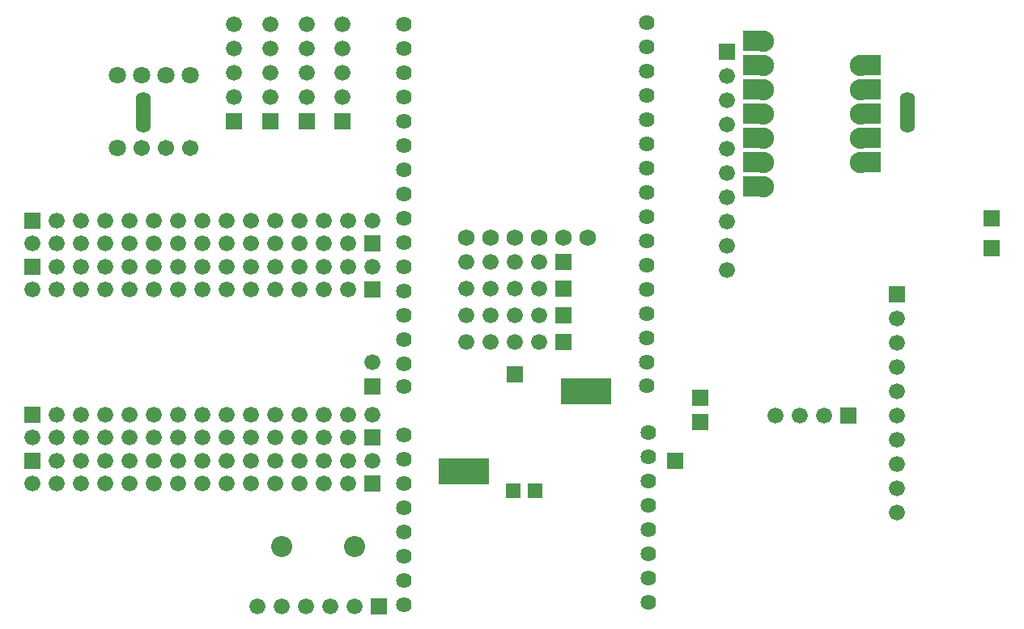
<source format=gts>
G04 Layer: TopSolderMaskLayer*
G04 EasyEDA v6.5.51, 2025-12-08 09:47:30*
G04 7167e3a2cd4a4cc2b36d8ec3c7a0698f,d159c27349c1460ca4c4e21dfb61053a,10*
G04 Gerber Generator version 0.2*
G04 Scale: 100 percent, Rotated: No, Reflected: No *
G04 Dimensions in millimeters *
G04 leading zeros omitted , absolute positions ,4 integer and 5 decimal *
%FSLAX45Y45*%
%MOMM*%

%AMMACRO1*4,1,8,-0.8085,-0.8382,-0.8382,-0.8084,-0.8382,0.8085,-0.8085,0.8382,0.8084,0.8382,0.8382,0.8085,0.8382,-0.8084,0.8084,-0.8382,-0.8085,-0.8382,0*%
%AMMACRO2*4,1,8,-0.7711,-0.8008,-0.8008,-0.771,-0.8008,0.7711,-0.7711,0.8008,0.771,0.8008,0.8008,0.7711,0.8008,-0.771,0.771,-0.8008,-0.7711,-0.8008,0*%
%AMMACRO3*4,1,8,-2.5821,-1.3716,-2.6416,-1.3121,-2.6416,1.3121,-2.5821,1.3716,2.5821,1.3716,2.6416,1.3121,2.6416,-1.3121,2.5821,-1.3716,-2.5821,-1.3716,0*%
%ADD10MACRO1*%
%ADD11C,1.6764*%
%ADD12O,1.601597X4.301592*%
%ADD13C,2.2032*%
%ADD14C,1.8040*%
%ADD15C,1.7016*%
%ADD16C,1.8032*%
%ADD17C,2.2352*%
%ADD18C,0.0106*%
%ADD19C,1.6256*%
%ADD20MACRO2*%
%ADD21MACRO3*%
%ADD22C,1.7272*%

%LPD*%
D10*
G01*
X10439400Y4267200D03*
G01*
X10439400Y4584700D03*
G01*
X5448300Y2946400D03*
D11*
G01*
X406400Y4318000D03*
G01*
X660400Y4318000D03*
G01*
X914400Y4318000D03*
G01*
X1168400Y4318000D03*
G01*
X1422400Y4318000D03*
G01*
X1676400Y4318000D03*
G01*
X1930400Y4318000D03*
G01*
X2184400Y4318000D03*
G01*
X2438400Y4318000D03*
G01*
X2692400Y4318000D03*
G01*
X2946400Y4318000D03*
G01*
X3200400Y4318000D03*
G01*
X3454400Y4318000D03*
G01*
X3708400Y4318000D03*
D10*
G01*
X3962400Y4318000D03*
D11*
G01*
X406400Y3835400D03*
G01*
X660400Y3835400D03*
G01*
X914400Y3835400D03*
G01*
X1168400Y3835400D03*
G01*
X1422400Y3835400D03*
G01*
X1676400Y3835400D03*
G01*
X1930400Y3835400D03*
G01*
X2184400Y3835400D03*
G01*
X2438400Y3835400D03*
G01*
X2692400Y3835400D03*
G01*
X2946400Y3835400D03*
G01*
X3200400Y3835400D03*
G01*
X3454400Y3835400D03*
G01*
X3708400Y3835400D03*
D10*
G01*
X3962400Y3835400D03*
D11*
G01*
X406400Y2286000D03*
G01*
X660400Y2286000D03*
G01*
X914400Y2286000D03*
G01*
X1168400Y2286000D03*
G01*
X1422400Y2286000D03*
G01*
X1676400Y2286000D03*
G01*
X1930400Y2286000D03*
G01*
X2184400Y2286000D03*
G01*
X2438400Y2286000D03*
G01*
X2692400Y2286000D03*
G01*
X2946400Y2286000D03*
G01*
X3200400Y2286000D03*
G01*
X3454400Y2286000D03*
G01*
X3708400Y2286000D03*
D10*
G01*
X3962400Y2286000D03*
D11*
G01*
X406400Y1803400D03*
G01*
X660400Y1803400D03*
G01*
X914400Y1803400D03*
G01*
X1168400Y1803400D03*
G01*
X1422400Y1803400D03*
G01*
X1676400Y1803400D03*
G01*
X1930400Y1803400D03*
G01*
X2184400Y1803400D03*
G01*
X2438400Y1803400D03*
G01*
X2692400Y1803400D03*
G01*
X2946400Y1803400D03*
G01*
X3200400Y1803400D03*
G01*
X3454400Y1803400D03*
G01*
X3708400Y1803400D03*
D10*
G01*
X3962400Y1803400D03*
D11*
G01*
X4940300Y4127500D03*
G01*
X5194300Y4127500D03*
G01*
X5448300Y4127500D03*
G01*
X5702300Y4127500D03*
D10*
G01*
X5956300Y4127500D03*
D11*
G01*
X4940300Y3848100D03*
G01*
X5194300Y3848100D03*
G01*
X5448300Y3848100D03*
G01*
X5702300Y3848100D03*
D10*
G01*
X5956300Y3848100D03*
D11*
G01*
X4940300Y3568700D03*
G01*
X5194300Y3568700D03*
G01*
X5448300Y3568700D03*
G01*
X5702300Y3568700D03*
D10*
G01*
X5956300Y3568700D03*
D11*
G01*
X4940300Y3289300D03*
G01*
X5194300Y3289300D03*
G01*
X5448300Y3289300D03*
G01*
X5702300Y3289300D03*
D10*
G01*
X5956300Y3289300D03*
D12*
G01*
X9562591Y5689600D03*
G01*
X1562607Y5689600D03*
D11*
G01*
X2755900Y520700D03*
G01*
X3009900Y520700D03*
G01*
X3263900Y520700D03*
G01*
X3517900Y520700D03*
G01*
X3771900Y520700D03*
D10*
G01*
X4025900Y520700D03*
D13*
G01*
X3009900Y1143000D03*
G01*
X3771900Y1143000D03*
D10*
G01*
X3962400Y2819400D03*
D11*
G01*
X3962400Y3073400D03*
D14*
G01*
X1295400Y5321300D03*
D15*
G01*
X1549400Y5321300D03*
G01*
X1803400Y5321300D03*
G01*
X2057400Y5321300D03*
D16*
G01*
X2057400Y6083300D03*
G01*
X1803400Y6083300D03*
G01*
X1549400Y6083300D03*
G01*
X1295400Y6083300D03*
D11*
G01*
X3644900Y6616700D03*
G01*
X3644900Y6362700D03*
G01*
X3644900Y6108700D03*
G01*
X3644900Y5854700D03*
D10*
G01*
X3644900Y5600700D03*
D11*
G01*
X3276600Y6616700D03*
G01*
X3276600Y6362700D03*
G01*
X3276600Y6108700D03*
G01*
X3276600Y5854700D03*
D10*
G01*
X3276600Y5600700D03*
G36*
X7848574Y6332197D02*
G01*
X7848074Y6332222D01*
X7847578Y6332296D01*
X7847093Y6332415D01*
X7846623Y6332585D01*
X7846169Y6332799D01*
X7845739Y6333055D01*
X7845338Y6333355D01*
X7844967Y6333690D01*
X7844632Y6334061D01*
X7844332Y6334462D01*
X7844076Y6334892D01*
X7843862Y6335346D01*
X7843692Y6335816D01*
X7843573Y6336301D01*
X7843499Y6336797D01*
X7843474Y6337297D01*
X7843474Y6540497D01*
X7843499Y6540997D01*
X7843573Y6541493D01*
X7843692Y6541978D01*
X7843862Y6542448D01*
X7844076Y6542902D01*
X7844332Y6543332D01*
X7844632Y6543733D01*
X7844967Y6544104D01*
X7845338Y6544439D01*
X7845739Y6544739D01*
X7846169Y6544995D01*
X7846623Y6545209D01*
X7847093Y6545379D01*
X7847578Y6545498D01*
X7848074Y6545572D01*
X7848574Y6545597D01*
X8045424Y6545597D01*
X8045924Y6545572D01*
X8046420Y6545498D01*
X8046905Y6545379D01*
X8047375Y6545209D01*
X8047829Y6544995D01*
X8048259Y6544739D01*
X8048660Y6544439D01*
X8049031Y6544104D01*
X8049366Y6543733D01*
X8049666Y6543332D01*
X8049922Y6542902D01*
X8050136Y6542448D01*
X8050306Y6541978D01*
X8050425Y6541493D01*
X8050499Y6540997D01*
X8050524Y6540497D01*
X8050524Y6337297D01*
X8050499Y6336797D01*
X8050425Y6336301D01*
X8050306Y6335816D01*
X8050136Y6335346D01*
X8049922Y6334892D01*
X8049666Y6334462D01*
X8049366Y6334061D01*
X8049031Y6333690D01*
X8048660Y6333355D01*
X8048259Y6333055D01*
X8047829Y6332799D01*
X8047375Y6332585D01*
X8046905Y6332415D01*
X8046420Y6332296D01*
X8045924Y6332222D01*
X8045424Y6332197D01*
G37*
G36*
X7848574Y6078199D02*
G01*
X7848074Y6078225D01*
X7847578Y6078298D01*
X7847093Y6078418D01*
X7846623Y6078588D01*
X7846169Y6078801D01*
X7845739Y6079058D01*
X7845338Y6079357D01*
X7844967Y6079693D01*
X7844632Y6080064D01*
X7844332Y6080465D01*
X7844076Y6080894D01*
X7843862Y6081349D01*
X7843692Y6081819D01*
X7843573Y6082304D01*
X7843499Y6082799D01*
X7843474Y6083300D01*
X7843474Y6286500D01*
X7843499Y6287000D01*
X7843573Y6287495D01*
X7843692Y6287980D01*
X7843862Y6288450D01*
X7844076Y6288905D01*
X7844332Y6289334D01*
X7844632Y6289735D01*
X7844967Y6290106D01*
X7845338Y6290442D01*
X7845739Y6290741D01*
X7846169Y6290998D01*
X7846623Y6291211D01*
X7847093Y6291381D01*
X7847578Y6291501D01*
X7848074Y6291574D01*
X7848574Y6291600D01*
X8045424Y6291600D01*
X8045924Y6291574D01*
X8046420Y6291501D01*
X8046905Y6291381D01*
X8047375Y6291211D01*
X8047829Y6290998D01*
X8048259Y6290741D01*
X8048660Y6290442D01*
X8049031Y6290106D01*
X8049366Y6289735D01*
X8049666Y6289334D01*
X8049922Y6288905D01*
X8050136Y6288450D01*
X8050306Y6287980D01*
X8050425Y6287495D01*
X8050499Y6287000D01*
X8050524Y6286500D01*
X8050524Y6083300D01*
X8050499Y6082799D01*
X8050425Y6082304D01*
X8050306Y6081819D01*
X8050136Y6081349D01*
X8049922Y6080894D01*
X8049666Y6080465D01*
X8049366Y6080064D01*
X8049031Y6079693D01*
X8048660Y6079357D01*
X8048259Y6079058D01*
X8047829Y6078801D01*
X8047375Y6078588D01*
X8046905Y6078418D01*
X8046420Y6078298D01*
X8045924Y6078225D01*
X8045424Y6078199D01*
G37*
G36*
X7848574Y5824199D02*
G01*
X7848074Y5824225D01*
X7847578Y5824298D01*
X7847093Y5824418D01*
X7846623Y5824588D01*
X7846169Y5824801D01*
X7845739Y5825058D01*
X7845338Y5825357D01*
X7844967Y5825693D01*
X7844632Y5826064D01*
X7844332Y5826465D01*
X7844076Y5826894D01*
X7843862Y5827349D01*
X7843692Y5827819D01*
X7843573Y5828304D01*
X7843499Y5828799D01*
X7843474Y5829300D01*
X7843474Y6032500D01*
X7843499Y6033000D01*
X7843573Y6033495D01*
X7843692Y6033980D01*
X7843862Y6034450D01*
X7844076Y6034905D01*
X7844332Y6035334D01*
X7844632Y6035735D01*
X7844967Y6036106D01*
X7845338Y6036442D01*
X7845739Y6036741D01*
X7846169Y6036998D01*
X7846623Y6037211D01*
X7847093Y6037381D01*
X7847578Y6037501D01*
X7848074Y6037574D01*
X7848574Y6037600D01*
X8045424Y6037600D01*
X8045924Y6037574D01*
X8046420Y6037501D01*
X8046905Y6037381D01*
X8047375Y6037211D01*
X8047829Y6036998D01*
X8048259Y6036741D01*
X8048660Y6036442D01*
X8049031Y6036106D01*
X8049366Y6035735D01*
X8049666Y6035334D01*
X8049922Y6034905D01*
X8050136Y6034450D01*
X8050306Y6033980D01*
X8050425Y6033495D01*
X8050499Y6033000D01*
X8050524Y6032500D01*
X8050524Y5829300D01*
X8050499Y5828799D01*
X8050425Y5828304D01*
X8050306Y5827819D01*
X8050136Y5827349D01*
X8049922Y5826894D01*
X8049666Y5826465D01*
X8049366Y5826064D01*
X8049031Y5825693D01*
X8048660Y5825357D01*
X8048259Y5825058D01*
X8047829Y5824801D01*
X8047375Y5824588D01*
X8046905Y5824418D01*
X8046420Y5824298D01*
X8045924Y5824225D01*
X8045424Y5824199D01*
G37*
G36*
X7848574Y5570199D02*
G01*
X7848074Y5570225D01*
X7847578Y5570298D01*
X7847093Y5570418D01*
X7846623Y5570588D01*
X7846169Y5570801D01*
X7845739Y5571058D01*
X7845338Y5571357D01*
X7844967Y5571693D01*
X7844632Y5572064D01*
X7844332Y5572465D01*
X7844076Y5572894D01*
X7843862Y5573349D01*
X7843692Y5573819D01*
X7843573Y5574304D01*
X7843499Y5574799D01*
X7843474Y5575300D01*
X7843474Y5778500D01*
X7843499Y5779000D01*
X7843573Y5779495D01*
X7843692Y5779980D01*
X7843862Y5780450D01*
X7844076Y5780905D01*
X7844332Y5781334D01*
X7844632Y5781735D01*
X7844967Y5782106D01*
X7845338Y5782442D01*
X7845739Y5782741D01*
X7846169Y5782998D01*
X7846623Y5783211D01*
X7847093Y5783381D01*
X7847578Y5783501D01*
X7848074Y5783574D01*
X7848574Y5783600D01*
X8045424Y5783600D01*
X8045924Y5783574D01*
X8046420Y5783501D01*
X8046905Y5783381D01*
X8047375Y5783211D01*
X8047829Y5782998D01*
X8048259Y5782741D01*
X8048660Y5782442D01*
X8049031Y5782106D01*
X8049366Y5781735D01*
X8049666Y5781334D01*
X8049922Y5780905D01*
X8050136Y5780450D01*
X8050306Y5779980D01*
X8050425Y5779495D01*
X8050499Y5779000D01*
X8050524Y5778500D01*
X8050524Y5575300D01*
X8050499Y5574799D01*
X8050425Y5574304D01*
X8050306Y5573819D01*
X8050136Y5573349D01*
X8049922Y5572894D01*
X8049666Y5572465D01*
X8049366Y5572064D01*
X8049031Y5571693D01*
X8048660Y5571357D01*
X8048259Y5571058D01*
X8047829Y5570801D01*
X8047375Y5570588D01*
X8046905Y5570418D01*
X8046420Y5570298D01*
X8045924Y5570225D01*
X8045424Y5570199D01*
G37*
G36*
X7848574Y5316199D02*
G01*
X7848074Y5316225D01*
X7847578Y5316298D01*
X7847093Y5316418D01*
X7846623Y5316588D01*
X7846169Y5316801D01*
X7845739Y5317058D01*
X7845338Y5317357D01*
X7844967Y5317693D01*
X7844632Y5318064D01*
X7844332Y5318465D01*
X7844076Y5318894D01*
X7843862Y5319349D01*
X7843692Y5319819D01*
X7843573Y5320304D01*
X7843499Y5320799D01*
X7843474Y5321300D01*
X7843474Y5524500D01*
X7843499Y5525000D01*
X7843573Y5525495D01*
X7843692Y5525980D01*
X7843862Y5526450D01*
X7844076Y5526905D01*
X7844332Y5527334D01*
X7844632Y5527735D01*
X7844967Y5528106D01*
X7845338Y5528442D01*
X7845739Y5528741D01*
X7846169Y5528998D01*
X7846623Y5529211D01*
X7847093Y5529381D01*
X7847578Y5529501D01*
X7848074Y5529574D01*
X7848574Y5529600D01*
X8045424Y5529600D01*
X8045924Y5529574D01*
X8046420Y5529501D01*
X8046905Y5529381D01*
X8047375Y5529211D01*
X8047829Y5528998D01*
X8048259Y5528741D01*
X8048660Y5528442D01*
X8049031Y5528106D01*
X8049366Y5527735D01*
X8049666Y5527334D01*
X8049922Y5526905D01*
X8050136Y5526450D01*
X8050306Y5525980D01*
X8050425Y5525495D01*
X8050499Y5525000D01*
X8050524Y5524500D01*
X8050524Y5321300D01*
X8050499Y5320799D01*
X8050425Y5320304D01*
X8050306Y5319819D01*
X8050136Y5319349D01*
X8049922Y5318894D01*
X8049666Y5318465D01*
X8049366Y5318064D01*
X8049031Y5317693D01*
X8048660Y5317357D01*
X8048259Y5317058D01*
X8047829Y5316801D01*
X8047375Y5316588D01*
X8046905Y5316418D01*
X8046420Y5316298D01*
X8045924Y5316225D01*
X8045424Y5316199D01*
G37*
G36*
X7848574Y5062199D02*
G01*
X7848074Y5062225D01*
X7847578Y5062298D01*
X7847093Y5062418D01*
X7846623Y5062588D01*
X7846169Y5062801D01*
X7845739Y5063058D01*
X7845338Y5063357D01*
X7844967Y5063693D01*
X7844632Y5064064D01*
X7844332Y5064465D01*
X7844076Y5064894D01*
X7843862Y5065349D01*
X7843692Y5065819D01*
X7843573Y5066304D01*
X7843499Y5066799D01*
X7843474Y5067300D01*
X7843474Y5270500D01*
X7843499Y5271000D01*
X7843573Y5271495D01*
X7843692Y5271980D01*
X7843862Y5272450D01*
X7844076Y5272905D01*
X7844332Y5273334D01*
X7844632Y5273735D01*
X7844967Y5274106D01*
X7845338Y5274442D01*
X7845739Y5274741D01*
X7846169Y5274998D01*
X7846623Y5275211D01*
X7847093Y5275381D01*
X7847578Y5275501D01*
X7848074Y5275574D01*
X7848574Y5275600D01*
X8045424Y5275600D01*
X8045924Y5275574D01*
X8046420Y5275501D01*
X8046905Y5275381D01*
X8047375Y5275211D01*
X8047829Y5274998D01*
X8048259Y5274741D01*
X8048660Y5274442D01*
X8049031Y5274106D01*
X8049366Y5273735D01*
X8049666Y5273334D01*
X8049922Y5272905D01*
X8050136Y5272450D01*
X8050306Y5271980D01*
X8050425Y5271495D01*
X8050499Y5271000D01*
X8050524Y5270500D01*
X8050524Y5067300D01*
X8050499Y5066799D01*
X8050425Y5066304D01*
X8050306Y5065819D01*
X8050136Y5065349D01*
X8049922Y5064894D01*
X8049666Y5064465D01*
X8049366Y5064064D01*
X8049031Y5063693D01*
X8048660Y5063357D01*
X8048259Y5063058D01*
X8047829Y5062801D01*
X8047375Y5062588D01*
X8046905Y5062418D01*
X8046420Y5062298D01*
X8045924Y5062225D01*
X8045424Y5062199D01*
G37*
G36*
X7848574Y4808202D02*
G01*
X7848074Y4808227D01*
X7847578Y4808301D01*
X7847093Y4808420D01*
X7846623Y4808590D01*
X7846169Y4808804D01*
X7845739Y4809060D01*
X7845338Y4809360D01*
X7844967Y4809695D01*
X7844632Y4810066D01*
X7844332Y4810467D01*
X7844076Y4810897D01*
X7843862Y4811351D01*
X7843692Y4811821D01*
X7843573Y4812306D01*
X7843499Y4812802D01*
X7843474Y4813302D01*
X7843474Y5016502D01*
X7843499Y5017002D01*
X7843573Y5017498D01*
X7843692Y5017983D01*
X7843862Y5018453D01*
X7844076Y5018907D01*
X7844332Y5019337D01*
X7844632Y5019738D01*
X7844967Y5020109D01*
X7845338Y5020444D01*
X7845739Y5020744D01*
X7846169Y5021000D01*
X7846623Y5021214D01*
X7847093Y5021384D01*
X7847578Y5021503D01*
X7848074Y5021577D01*
X7848574Y5021602D01*
X8045424Y5021602D01*
X8045924Y5021577D01*
X8046420Y5021503D01*
X8046905Y5021384D01*
X8047375Y5021214D01*
X8047829Y5021000D01*
X8048259Y5020744D01*
X8048660Y5020444D01*
X8049031Y5020109D01*
X8049366Y5019738D01*
X8049666Y5019337D01*
X8049922Y5018907D01*
X8050136Y5018453D01*
X8050306Y5017983D01*
X8050425Y5017498D01*
X8050499Y5017002D01*
X8050524Y5016502D01*
X8050524Y4813302D01*
X8050499Y4812802D01*
X8050425Y4812306D01*
X8050306Y4811821D01*
X8050136Y4811351D01*
X8049922Y4810897D01*
X8049666Y4810467D01*
X8049366Y4810066D01*
X8049031Y4809695D01*
X8048660Y4809360D01*
X8048259Y4809060D01*
X8047829Y4808804D01*
X8047375Y4808590D01*
X8046905Y4808420D01*
X8046420Y4808301D01*
X8045924Y4808227D01*
X8045424Y4808202D01*
G37*
G36*
X9074172Y6078199D02*
G01*
X9073672Y6078225D01*
X9073177Y6078298D01*
X9072692Y6078418D01*
X9072222Y6078588D01*
X9071767Y6078801D01*
X9071338Y6079058D01*
X9070936Y6079357D01*
X9070566Y6079693D01*
X9070230Y6080064D01*
X9069931Y6080465D01*
X9069674Y6080894D01*
X9069461Y6081349D01*
X9069290Y6081819D01*
X9069171Y6082304D01*
X9069097Y6082799D01*
X9069072Y6083300D01*
X9069072Y6286500D01*
X9069097Y6287000D01*
X9069171Y6287495D01*
X9069290Y6287980D01*
X9069461Y6288450D01*
X9069674Y6288905D01*
X9069931Y6289334D01*
X9070230Y6289735D01*
X9070566Y6290106D01*
X9070936Y6290442D01*
X9071338Y6290741D01*
X9071767Y6290998D01*
X9072222Y6291211D01*
X9072692Y6291381D01*
X9073177Y6291501D01*
X9073672Y6291574D01*
X9074172Y6291600D01*
X9271022Y6291600D01*
X9271523Y6291574D01*
X9272018Y6291501D01*
X9272503Y6291381D01*
X9272973Y6291211D01*
X9273428Y6290998D01*
X9273857Y6290741D01*
X9274258Y6290442D01*
X9274629Y6290106D01*
X9274964Y6289735D01*
X9275264Y6289334D01*
X9275521Y6288905D01*
X9275734Y6288450D01*
X9275904Y6287980D01*
X9276024Y6287495D01*
X9276097Y6287000D01*
X9276123Y6286500D01*
X9276123Y6083300D01*
X9276097Y6082799D01*
X9276024Y6082304D01*
X9275904Y6081819D01*
X9275734Y6081349D01*
X9275521Y6080894D01*
X9275264Y6080465D01*
X9274964Y6080064D01*
X9274629Y6079693D01*
X9274258Y6079357D01*
X9273857Y6079058D01*
X9273428Y6078801D01*
X9272973Y6078588D01*
X9272503Y6078418D01*
X9272018Y6078298D01*
X9271523Y6078225D01*
X9271022Y6078199D01*
G37*
G36*
X9074172Y5824199D02*
G01*
X9073672Y5824225D01*
X9073177Y5824298D01*
X9072692Y5824418D01*
X9072222Y5824588D01*
X9071767Y5824801D01*
X9071338Y5825058D01*
X9070936Y5825357D01*
X9070566Y5825693D01*
X9070230Y5826064D01*
X9069931Y5826465D01*
X9069674Y5826894D01*
X9069461Y5827349D01*
X9069290Y5827819D01*
X9069171Y5828304D01*
X9069097Y5828799D01*
X9069072Y5829300D01*
X9069072Y6032500D01*
X9069097Y6033000D01*
X9069171Y6033495D01*
X9069290Y6033980D01*
X9069461Y6034450D01*
X9069674Y6034905D01*
X9069931Y6035334D01*
X9070230Y6035735D01*
X9070566Y6036106D01*
X9070936Y6036442D01*
X9071338Y6036741D01*
X9071767Y6036998D01*
X9072222Y6037211D01*
X9072692Y6037381D01*
X9073177Y6037501D01*
X9073672Y6037574D01*
X9074172Y6037600D01*
X9271022Y6037600D01*
X9271523Y6037574D01*
X9272018Y6037501D01*
X9272503Y6037381D01*
X9272973Y6037211D01*
X9273428Y6036998D01*
X9273857Y6036741D01*
X9274258Y6036442D01*
X9274629Y6036106D01*
X9274964Y6035735D01*
X9275264Y6035334D01*
X9275521Y6034905D01*
X9275734Y6034450D01*
X9275904Y6033980D01*
X9276024Y6033495D01*
X9276097Y6033000D01*
X9276123Y6032500D01*
X9276123Y5829300D01*
X9276097Y5828799D01*
X9276024Y5828304D01*
X9275904Y5827819D01*
X9275734Y5827349D01*
X9275521Y5826894D01*
X9275264Y5826465D01*
X9274964Y5826064D01*
X9274629Y5825693D01*
X9274258Y5825357D01*
X9273857Y5825058D01*
X9273428Y5824801D01*
X9272973Y5824588D01*
X9272503Y5824418D01*
X9272018Y5824298D01*
X9271523Y5824225D01*
X9271022Y5824199D01*
G37*
G36*
X9074150Y5570220D02*
G01*
X9073652Y5570245D01*
X9073159Y5570316D01*
X9072674Y5570438D01*
X9072206Y5570606D01*
X9071754Y5570819D01*
X9071328Y5571075D01*
X9070926Y5571373D01*
X9070558Y5571708D01*
X9070223Y5572076D01*
X9069925Y5572478D01*
X9069669Y5572904D01*
X9069456Y5573356D01*
X9069288Y5573824D01*
X9069166Y5574309D01*
X9069095Y5574802D01*
X9069070Y5575300D01*
X9069070Y5778500D01*
X9069095Y5778997D01*
X9069166Y5779490D01*
X9069288Y5779975D01*
X9069456Y5780443D01*
X9069669Y5780895D01*
X9069925Y5781321D01*
X9070223Y5781723D01*
X9070558Y5782091D01*
X9070926Y5782426D01*
X9071328Y5782724D01*
X9071754Y5782980D01*
X9072206Y5783193D01*
X9072674Y5783361D01*
X9073159Y5783483D01*
X9073652Y5783554D01*
X9074150Y5783579D01*
X9271000Y5783579D01*
X9271497Y5783554D01*
X9271990Y5783483D01*
X9272475Y5783361D01*
X9272943Y5783193D01*
X9273395Y5782980D01*
X9273821Y5782724D01*
X9274223Y5782426D01*
X9274591Y5782091D01*
X9274926Y5781723D01*
X9275224Y5781321D01*
X9275480Y5780895D01*
X9275693Y5780443D01*
X9275861Y5779975D01*
X9275983Y5779490D01*
X9276054Y5778997D01*
X9276079Y5778500D01*
X9276079Y5575300D01*
X9276054Y5574802D01*
X9275983Y5574309D01*
X9275861Y5573824D01*
X9275693Y5573356D01*
X9275480Y5572904D01*
X9275224Y5572478D01*
X9274926Y5572076D01*
X9274591Y5571708D01*
X9274223Y5571373D01*
X9273821Y5571075D01*
X9273395Y5570819D01*
X9272943Y5570606D01*
X9272475Y5570438D01*
X9271990Y5570316D01*
X9271497Y5570245D01*
X9271000Y5570220D01*
G37*
G36*
X9074150Y5316220D02*
G01*
X9073652Y5316245D01*
X9073159Y5316316D01*
X9072674Y5316438D01*
X9072206Y5316606D01*
X9071754Y5316819D01*
X9071328Y5317075D01*
X9070926Y5317373D01*
X9070558Y5317708D01*
X9070223Y5318076D01*
X9069925Y5318478D01*
X9069669Y5318904D01*
X9069456Y5319356D01*
X9069288Y5319824D01*
X9069166Y5320309D01*
X9069095Y5320802D01*
X9069070Y5321300D01*
X9069070Y5524500D01*
X9069095Y5524997D01*
X9069166Y5525490D01*
X9069288Y5525975D01*
X9069456Y5526443D01*
X9069669Y5526895D01*
X9069925Y5527321D01*
X9070223Y5527723D01*
X9070558Y5528091D01*
X9070926Y5528426D01*
X9071328Y5528724D01*
X9071754Y5528980D01*
X9072206Y5529193D01*
X9072674Y5529361D01*
X9073159Y5529483D01*
X9073652Y5529554D01*
X9074150Y5529579D01*
X9271000Y5529579D01*
X9271497Y5529554D01*
X9271990Y5529483D01*
X9272475Y5529361D01*
X9272943Y5529193D01*
X9273395Y5528980D01*
X9273821Y5528724D01*
X9274223Y5528426D01*
X9274591Y5528091D01*
X9274926Y5527723D01*
X9275224Y5527321D01*
X9275480Y5526895D01*
X9275693Y5526443D01*
X9275861Y5525975D01*
X9275983Y5525490D01*
X9276054Y5524997D01*
X9276079Y5524500D01*
X9276079Y5321300D01*
X9276054Y5320802D01*
X9275983Y5320309D01*
X9275861Y5319824D01*
X9275693Y5319356D01*
X9275480Y5318904D01*
X9275224Y5318478D01*
X9274926Y5318076D01*
X9274591Y5317708D01*
X9274223Y5317373D01*
X9273821Y5317075D01*
X9273395Y5316819D01*
X9272943Y5316606D01*
X9272475Y5316438D01*
X9271990Y5316316D01*
X9271497Y5316245D01*
X9271000Y5316220D01*
G37*
G36*
X9074150Y5062220D02*
G01*
X9073652Y5062245D01*
X9073159Y5062316D01*
X9072674Y5062438D01*
X9072206Y5062606D01*
X9071754Y5062819D01*
X9071328Y5063075D01*
X9070926Y5063373D01*
X9070558Y5063708D01*
X9070223Y5064076D01*
X9069925Y5064478D01*
X9069669Y5064904D01*
X9069456Y5065356D01*
X9069288Y5065824D01*
X9069166Y5066309D01*
X9069095Y5066802D01*
X9069070Y5067300D01*
X9069070Y5270500D01*
X9069095Y5270997D01*
X9069166Y5271490D01*
X9069288Y5271975D01*
X9069456Y5272443D01*
X9069669Y5272895D01*
X9069925Y5273321D01*
X9070223Y5273723D01*
X9070558Y5274091D01*
X9070926Y5274426D01*
X9071328Y5274724D01*
X9071754Y5274980D01*
X9072206Y5275193D01*
X9072674Y5275361D01*
X9073159Y5275483D01*
X9073652Y5275554D01*
X9074150Y5275579D01*
X9271000Y5275579D01*
X9271497Y5275554D01*
X9271990Y5275483D01*
X9272475Y5275361D01*
X9272943Y5275193D01*
X9273395Y5274980D01*
X9273821Y5274724D01*
X9274223Y5274426D01*
X9274591Y5274091D01*
X9274926Y5273723D01*
X9275224Y5273321D01*
X9275480Y5272895D01*
X9275693Y5272443D01*
X9275861Y5271975D01*
X9275983Y5271490D01*
X9276054Y5270997D01*
X9276079Y5270500D01*
X9276079Y5067300D01*
X9276054Y5066802D01*
X9275983Y5066309D01*
X9275861Y5065824D01*
X9275693Y5065356D01*
X9275480Y5064904D01*
X9275224Y5064478D01*
X9274926Y5064076D01*
X9274591Y5063708D01*
X9274223Y5063373D01*
X9273821Y5063075D01*
X9273395Y5062819D01*
X9272943Y5062606D01*
X9272475Y5062438D01*
X9271990Y5062316D01*
X9271497Y5062245D01*
X9271000Y5062220D01*
G37*
D17*
G01*
X9067876Y5676976D03*
G01*
X9067876Y5930976D03*
G01*
X9067876Y6184976D03*
G01*
X9067876Y5422976D03*
G01*
X9067876Y5168976D03*
G01*
X8051876Y5676976D03*
G01*
X8051876Y5422976D03*
G01*
X8051876Y5168976D03*
G01*
X8051876Y4914976D03*
G01*
X8051876Y5930976D03*
G01*
X8051876Y6184976D03*
G01*
X8051800Y6438900D03*
D11*
G01*
X2895600Y6616700D03*
G01*
X2895600Y6362700D03*
G01*
X2895600Y6108700D03*
G01*
X2895600Y5854700D03*
D10*
G01*
X2895600Y5600700D03*
D11*
G01*
X2514600Y6616700D03*
G01*
X2514600Y6362700D03*
G01*
X2514600Y6108700D03*
G01*
X2514600Y5854700D03*
D10*
G01*
X2514600Y5600700D03*
D19*
G01*
X6832600Y2832100D03*
G01*
X6845300Y2336800D03*
G01*
X6845300Y2082800D03*
G01*
X6845300Y1828800D03*
G01*
X6845300Y1574800D03*
G01*
X6845300Y1320800D03*
G01*
X6845300Y1066800D03*
G01*
X6845300Y812800D03*
G01*
X6845300Y558800D03*
G01*
X6832600Y6629400D03*
G01*
X6832600Y6375400D03*
G01*
X6832600Y6121400D03*
G01*
X6832600Y5867400D03*
G01*
X6832600Y5613400D03*
G01*
X6832600Y5359400D03*
G01*
X6832600Y5105400D03*
G01*
X6832600Y4851400D03*
G01*
X6832600Y4597400D03*
G01*
X6832600Y4343400D03*
G01*
X6832600Y4089400D03*
G01*
X6832600Y3835400D03*
G01*
X6832600Y3581400D03*
G01*
X6832600Y3327400D03*
G01*
X6832600Y3073400D03*
G01*
X4292600Y3060700D03*
G01*
X4292600Y3314700D03*
G01*
X4292600Y3568700D03*
G01*
X4292600Y3822700D03*
G01*
X4292600Y4076700D03*
G01*
X4292600Y4330700D03*
G01*
X4292600Y4584700D03*
G01*
X4292600Y4838700D03*
G01*
X4292600Y5092700D03*
G01*
X4292600Y5346700D03*
G01*
X4292600Y5600700D03*
G01*
X4292600Y5854700D03*
G01*
X4292600Y6108700D03*
G01*
X4292600Y6362700D03*
G01*
X4292600Y6616700D03*
G01*
X4292600Y533400D03*
G01*
X4292600Y787400D03*
G01*
X4292600Y1041400D03*
G01*
X4292600Y1295400D03*
G01*
X4292600Y1549400D03*
G01*
X4292600Y1803400D03*
G01*
X4292600Y2057400D03*
G01*
X4292600Y2311400D03*
G01*
X4292600Y2819400D03*
D20*
G01*
X5435598Y1727201D03*
G01*
X5664198Y1727201D03*
D21*
G01*
X6197600Y2768600D03*
G01*
X4914900Y1930400D03*
D10*
G01*
X7391400Y2705100D03*
G01*
X7391400Y2451100D03*
D22*
G01*
X6210300Y4381500D03*
G01*
X5956300Y4381500D03*
G01*
X5702300Y4381500D03*
G01*
X5448300Y4381500D03*
G01*
X5194300Y4381500D03*
G01*
X4940300Y4381500D03*
D10*
G01*
X8940800Y2514600D03*
D11*
G01*
X8686800Y2514600D03*
G01*
X8432800Y2514600D03*
G01*
X8178800Y2514600D03*
D10*
G01*
X7124700Y2044700D03*
D11*
G01*
X3962400Y4559300D03*
G01*
X3708400Y4559300D03*
G01*
X3454400Y4559300D03*
G01*
X3200400Y4559300D03*
G01*
X2946400Y4559300D03*
G01*
X2692400Y4559300D03*
G01*
X2438400Y4559300D03*
G01*
X2184400Y4559300D03*
G01*
X1930400Y4559300D03*
G01*
X1676400Y4559300D03*
G01*
X1422400Y4559300D03*
G01*
X1168400Y4559300D03*
G01*
X914400Y4559300D03*
G01*
X660400Y4559300D03*
D10*
G01*
X406400Y4559300D03*
D11*
G01*
X3962400Y4076700D03*
G01*
X3708400Y4076700D03*
G01*
X3454400Y4076700D03*
G01*
X3200400Y4076700D03*
G01*
X2946400Y4076700D03*
G01*
X2692400Y4076700D03*
G01*
X2438400Y4076700D03*
G01*
X2184400Y4076700D03*
G01*
X1930400Y4076700D03*
G01*
X1676400Y4076700D03*
G01*
X1422400Y4076700D03*
G01*
X1168400Y4076700D03*
G01*
X914400Y4076700D03*
G01*
X660400Y4076700D03*
D10*
G01*
X406400Y4076700D03*
D11*
G01*
X3962400Y2527300D03*
G01*
X3708400Y2527300D03*
G01*
X3454400Y2527300D03*
G01*
X3200400Y2527300D03*
G01*
X2946400Y2527300D03*
G01*
X2692400Y2527300D03*
G01*
X2438400Y2527300D03*
G01*
X2184400Y2527300D03*
G01*
X1930400Y2527300D03*
G01*
X1676400Y2527300D03*
G01*
X1422400Y2527300D03*
G01*
X1168400Y2527300D03*
G01*
X914400Y2527300D03*
G01*
X660400Y2527300D03*
D10*
G01*
X406400Y2527300D03*
D11*
G01*
X3962400Y2044700D03*
G01*
X3708400Y2044700D03*
G01*
X3454400Y2044700D03*
G01*
X3200400Y2044700D03*
G01*
X2946400Y2044700D03*
G01*
X2692400Y2044700D03*
G01*
X2438400Y2044700D03*
G01*
X2184400Y2044700D03*
G01*
X1930400Y2044700D03*
G01*
X1676400Y2044700D03*
G01*
X1422400Y2044700D03*
G01*
X1168400Y2044700D03*
G01*
X914400Y2044700D03*
G01*
X660400Y2044700D03*
D10*
G01*
X406400Y2044700D03*
D11*
G01*
X7670800Y4038600D03*
G01*
X7670800Y4292600D03*
G01*
X7670800Y4546600D03*
G01*
X7670800Y4800600D03*
G01*
X7670800Y5054600D03*
G01*
X7670800Y5308600D03*
G01*
X7670800Y5562600D03*
G01*
X7670800Y5816600D03*
G01*
X7670800Y6070600D03*
D10*
G01*
X7670800Y6324600D03*
D11*
G01*
X9448800Y1498600D03*
G01*
X9448800Y1752600D03*
G01*
X9448800Y2006600D03*
G01*
X9448800Y2260600D03*
G01*
X9448800Y2514600D03*
G01*
X9448800Y2768600D03*
G01*
X9448800Y3022600D03*
G01*
X9448800Y3276600D03*
G01*
X9448800Y3530600D03*
D10*
G01*
X9448800Y3784600D03*
M02*

</source>
